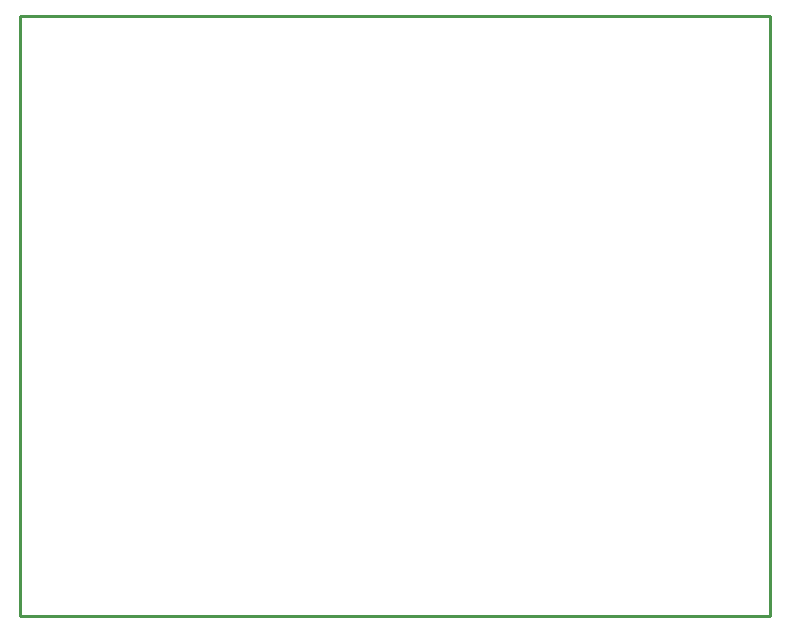
<source format=gm1>
G04 Layer_Color=16711935*
%FSTAX24Y24*%
%MOIN*%
G70*
G01*
G75*
%ADD52C,0.0100*%
D52*
X01Y006063D02*
Y026063D01*
X035D01*
Y006063D02*
Y026063D01*
X01Y006063D02*
X035D01*
M02*

</source>
